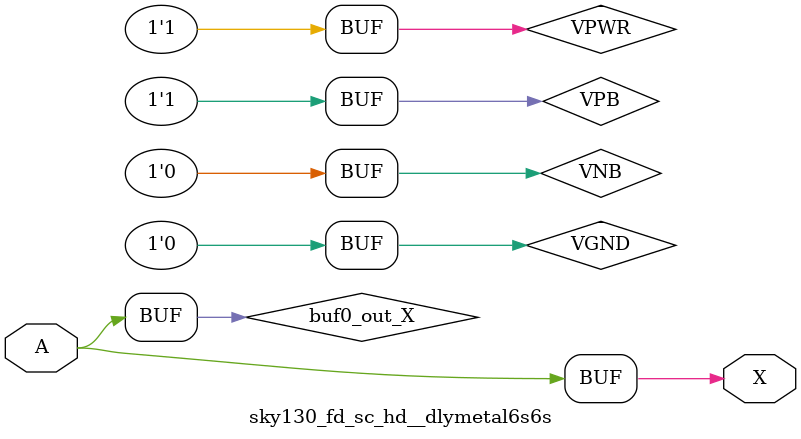
<source format=v>
/*
 * Copyright 2020 The SkyWater PDK Authors
 *
 * Licensed under the Apache License, Version 2.0 (the "License");
 * you may not use this file except in compliance with the License.
 * You may obtain a copy of the License at
 *
 *     https://www.apache.org/licenses/LICENSE-2.0
 *
 * Unless required by applicable law or agreed to in writing, software
 * distributed under the License is distributed on an "AS IS" BASIS,
 * WITHOUT WARRANTIES OR CONDITIONS OF ANY KIND, either express or implied.
 * See the License for the specific language governing permissions and
 * limitations under the License.
 *
 * SPDX-License-Identifier: Apache-2.0
*/


`ifndef SKY130_FD_SC_HD__DLYMETAL6S6S_BEHAVIORAL_V
`define SKY130_FD_SC_HD__DLYMETAL6S6S_BEHAVIORAL_V

/**
 * dlymetal6s6s: 6-inverter delay with output from 6th inverter on
 *               horizontal route.
 *
 * Verilog simulation functional model.
 */

`timescale 1ns / 1ps
`default_nettype none

`celldefine
module sky130_fd_sc_hd__dlymetal6s6s (
    X,
    A
);

    // Module ports
    output X;
    input  A;

    // Module supplies
    supply1 VPWR;
    supply0 VGND;
    supply1 VPB ;
    supply0 VNB ;

    // Local signals
    wire buf0_out_X;

    //  Name  Output      Other arguments
    buf buf0 (buf0_out_X, A              );
    buf buf1 (X         , buf0_out_X     );

endmodule
`endcelldefine

`default_nettype wire
`endif  // SKY130_FD_SC_HD__DLYMETAL6S6S_BEHAVIORAL_V
</source>
